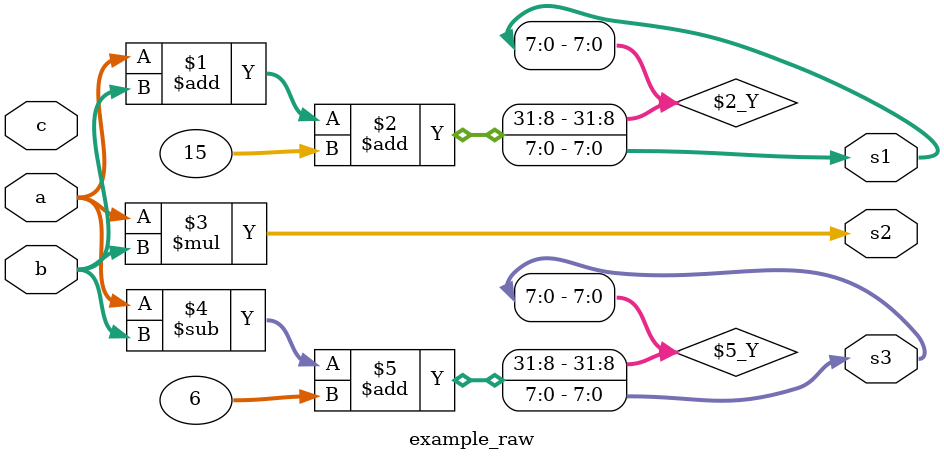
<source format=v>
module example_raw
#(  parameter       BW = 8)
(
    input [BW-1:0] a,
    input [BW-1:0] b,
    input [BW-1:0] c,
    output [BW-1:0] s1,
    output [BW-1:0] s2,
    output [BW-1:0] s3
);
    assign s1 = a + b + 15;
    assign s2 = a * b;
    assign s3 = a - b + 6;
endmodule
</source>
